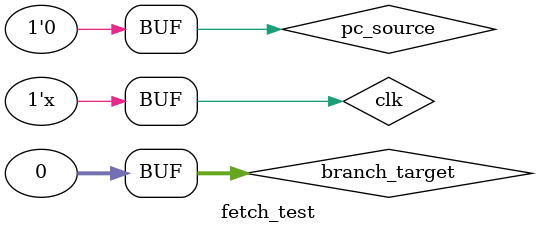
<source format=v>
`timescale 1ns / 1ps

module fetch_test;

	// Inputs
	reg clk;
	reg pc_source;
	reg [31:0] branch_target;

	// Outputs
	wire hit;
	wire [31:0] next_pc;
	wire [31:0] instruction;

	// Instantiate the Unit Under Test (UUT)
	fetch uut (
		.clk(clk),
		.pc_source(pc_source), 
		.branch_target(branch_target), 
		.hit(hit), 
		.next_pc(next_pc), 
		.instruction(instruction)
	);
	
	initial begin
		clk = 0;
	end
	always #10 clk = ~clk;
	
	initial begin
		// Initialize Inputs
		pc_source = 1;
		branch_target = 0;

		// Wait 100 ns for global reset to finish
		#20;
      
		// Add stimulus here
		pc_source = 0;

	end
      
endmodule


</source>
